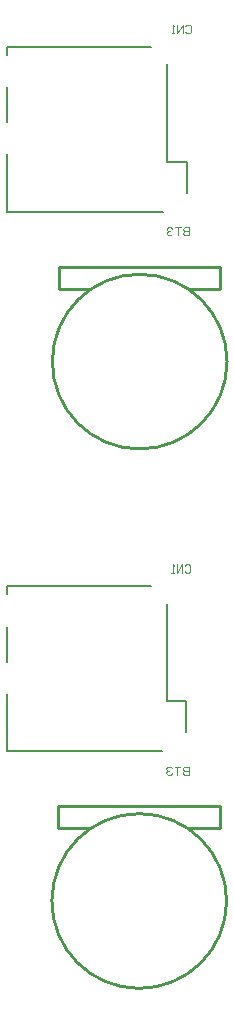
<source format=gbo>
G04*
G04 #@! TF.GenerationSoftware,Altium Limited,Altium Designer,21.2.1 (34)*
G04*
G04 Layer_Color=32896*
%FSTAX24Y24*%
%MOIN*%
G70*
G04*
G04 #@! TF.SameCoordinates,4836809B-9F31-4557-A587-2B421E0CA4AD*
G04*
G04*
G04 #@! TF.FilePolarity,Positive*
G04*
G01*
G75*
%ADD12C,0.0079*%
%ADD13C,0.0100*%
%ADD16C,0.0039*%
D12*
X045047Y058008D02*
X045697D01*
X045047D02*
Y06126D01*
X045697Y056968D02*
Y058008D01*
X039713Y061563D02*
Y061843D01*
Y059327D02*
Y060492D01*
Y056339D02*
Y058256D01*
Y056339D02*
X044902D01*
X039713Y061843D02*
X044512D01*
X039697Y043862D02*
X044496D01*
X039697Y038358D02*
X044886D01*
X039697D02*
Y040276D01*
Y041346D02*
Y042512D01*
Y043583D02*
Y043862D01*
X045681Y038988D02*
Y040028D01*
X045031D02*
Y04328D01*
Y040028D02*
X045681D01*
D13*
X044126Y048433D02*
G03*
X044111Y048433I000002J002912D01*
G01*
X04411Y030453D02*
G03*
X044095Y030453I000002J002912D01*
G01*
X041422Y05451D02*
X046816D01*
Y053772D02*
Y05451D01*
X041422Y053772D02*
X042475D01*
X041422D02*
Y05451D01*
X045763Y053772D02*
X046816D01*
X045747Y035792D02*
X0468D01*
X041406D02*
Y03653D01*
Y035792D02*
X042459D01*
X0468D02*
Y03653D01*
X041406D02*
X0468D01*
D16*
X045771Y055825D02*
Y05555D01*
X045634D01*
X045588Y055595D01*
Y055641D01*
X045634Y055687D01*
X045771D01*
X045634D01*
X045588Y055733D01*
Y055779D01*
X045634Y055825D01*
X045771D01*
X045496D02*
X045312D01*
X045404D01*
Y05555D01*
X04522Y055779D02*
X045175Y055825D01*
X045083D01*
X045037Y055779D01*
Y055733D01*
X045083Y055687D01*
X045129D01*
X045083D01*
X045037Y055641D01*
Y055595D01*
X045083Y05555D01*
X045175D01*
X04522Y055595D01*
X045652Y06252D02*
X045698Y062566D01*
X04579D01*
X045836Y06252D01*
Y062336D01*
X04579Y06229D01*
X045698D01*
X045652Y062336D01*
X04556Y06229D02*
Y062566D01*
X045377Y06229D01*
Y062566D01*
X045285Y06229D02*
X045193D01*
X045239D01*
Y062566D01*
X045285Y06252D01*
X045636Y04454D02*
X045682Y044585D01*
X045774D01*
X04582Y04454D01*
Y044356D01*
X045774Y04431D01*
X045682D01*
X045636Y044356D01*
X045545Y04431D02*
Y044585D01*
X045361Y04431D01*
Y044585D01*
X045269Y04431D02*
X045177D01*
X045223D01*
Y044585D01*
X045269Y04454D01*
X045756Y037845D02*
Y037569D01*
X045618D01*
X045572Y037615D01*
Y037661D01*
X045618Y037707D01*
X045756D01*
X045618D01*
X045572Y037753D01*
Y037799D01*
X045618Y037845D01*
X045756D01*
X04548D02*
X045297D01*
X045388D01*
Y037569D01*
X045205Y037799D02*
X045159Y037845D01*
X045067D01*
X045021Y037799D01*
Y037753D01*
X045067Y037707D01*
X045113D01*
X045067D01*
X045021Y037661D01*
Y037615D01*
X045067Y037569D01*
X045159D01*
X045205Y037615D01*
M02*

</source>
